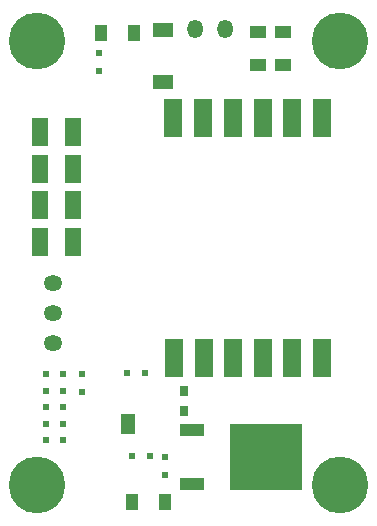
<source format=gbr>
G04 DipTrace 3.1.0.1*
G04 lt3757_nixie_power_supply_nosnub-route-5.TopPaste.gbr*
%MOIN*%
G04 #@! TF.FileFunction,Paste,Top*
G04 #@! TF.Part,Single*
%ADD46O,0.061969X0.051969*%
%ADD48R,0.051024X0.070709*%
%ADD50R,0.047087X0.00378*%
%ADD52R,0.039213X0.054961*%
%ADD54C,0.188819*%
%ADD56R,0.243937X0.220315*%
%ADD58R,0.078583X0.039213*%
%ADD60R,0.062835X0.129764*%
%ADD62O,0.051969X0.061969*%
%ADD64R,0.070709X0.047087*%
%ADD66R,0.031339X0.035276*%
%ADD68R,0.054961X0.039213*%
%ADD70R,0.054961X0.098268*%
%ADD72R,0.023465X0.023465*%
%FSLAX26Y26*%
G04*
G70*
G90*
G75*
G01*
G04 TopPaste*
%LPD*%
D72*
X547559Y724724D3*
X606614D3*
D70*
X527874Y1331024D3*
X638110D3*
X527874Y1453071D3*
X638110D3*
X527874Y1575118D3*
X638110D3*
X527874Y1697165D3*
X638110D3*
D68*
X1338898Y1921575D3*
Y2031811D3*
X1256220Y1921575D3*
Y2031811D3*
D72*
X834961Y618425D3*
X894016D3*
X547559Y834961D3*
X606614D3*
X547559Y890079D3*
X606614D3*
D66*
X1008189Y834961D3*
Y768031D3*
D64*
X937323Y2035748D3*
Y1862520D3*
D62*
X1145984Y2039685D3*
X1045984D3*
D60*
X976339Y945079D3*
X1074764D3*
X1173189D3*
X1271614D3*
X1370039D3*
X1468465D3*
Y1744291D3*
X1370039D3*
X1271614D3*
X1173189D3*
X1070827D3*
X972402D3*
D58*
X1035748Y705039D3*
D56*
X1283780Y614488D3*
D58*
X1035748Y523937D3*
D54*
X520000Y2000315D3*
X1527874D3*
X520000Y520000D3*
X1527874D3*
D72*
X547559Y669606D3*
X606614D3*
D52*
X732598Y2027874D3*
X842835D3*
D72*
X547559Y779843D3*
X606614D3*
D52*
X834961Y464882D3*
X945197D3*
D72*
Y614488D3*
Y555433D3*
X669606Y831024D3*
Y890079D3*
X724724Y1901890D3*
Y1960945D3*
X878268Y894016D3*
X819213D3*
D50*
X736535Y764094D3*
Y744409D3*
Y724724D3*
Y705039D3*
Y685354D3*
X909764D3*
Y705039D3*
Y724724D3*
Y744409D3*
Y764094D3*
D48*
X823150Y724724D3*
D46*
X571181Y1094803D3*
Y994803D3*
Y1194803D3*
M02*

</source>
